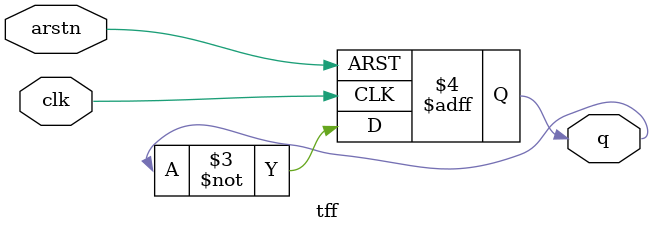
<source format=v>
/*
 * Simple Toggle FF
 */

module tff(
    input clk,
    input arstn,
    output reg q
);

    always @(posedge clk or negedge arstn) begin
        if (arstn == 1'b0)
            q <= 1'b0;
        else
            q <= ~q;
    end

endmodule
</source>
